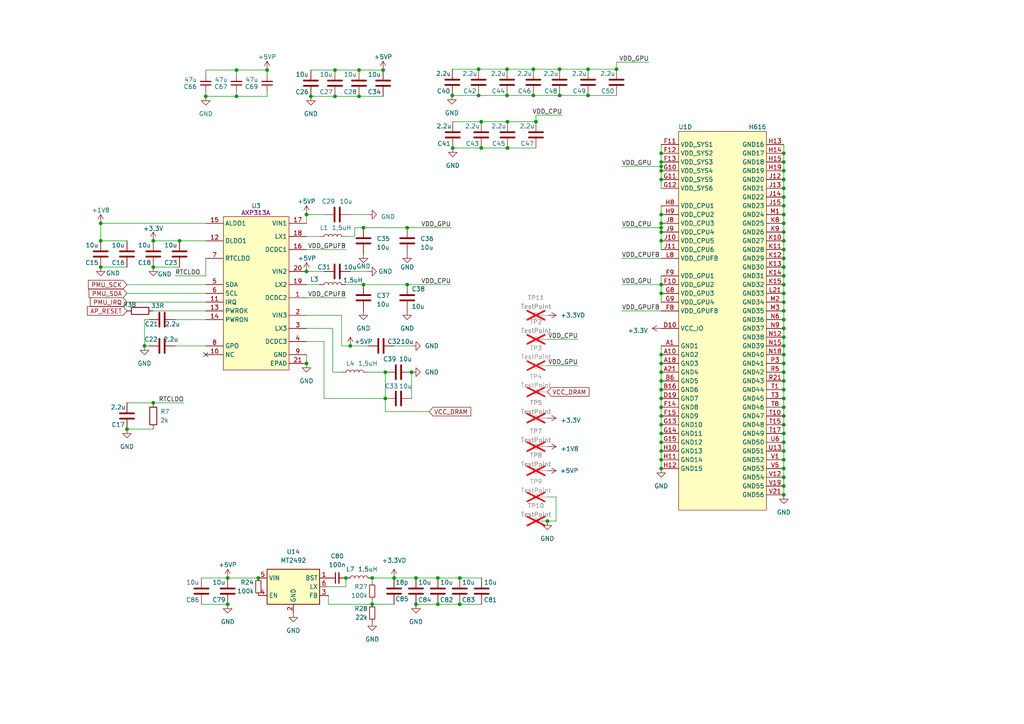
<source format=kicad_sch>
(kicad_sch (version 20250114) (generator "eeschema") (generator_version "9.0")
  (paper "A4")
  (junction (at 191.77 82.55))
  (junction (at 191.77 123.19))
  (junction (at 227.33 69.85))
  (junction (at 120.65 175.26))
  (junction (at 191.77 120.65))
  (junction (at 29.21 64.77))
  (junction (at 127 175.26))
  (junction (at 133.35 167.64))
  (junction (at 227.33 85.09))
  (junction (at 227.33 115.57))
  (junction (at 227.33 57.15))
  (junction (at 41.91 100.33))
  (junction (at 191.77 49.53))
  (junction (at 139.573 42.926))
  (junction (at 227.33 92.71))
  (junction (at 191.77 125.73))
  (junction (at 191.77 102.87))
  (junction (at 191.77 107.95))
  (junction (at 147.066 20.066))
  (junction (at 227.33 62.23))
  (junction (at 191.77 67.31))
  (junction (at 227.33 97.79))
  (junction (at 44.45 69.85))
  (junction (at 44.45 116.84))
  (junction (at 77.47 20.32))
  (junction (at 104.14 27.94))
  (junction (at 227.33 82.55))
  (junction (at 66.04 167.64))
  (junction (at 170.561 20.066))
  (junction (at 191.77 69.85))
  (junction (at 107.95 167.64))
  (junction (at 36.83 124.46))
  (junction (at 68.58 20.32))
  (junction (at 111.125 20.32))
  (junction (at 74.93 167.64))
  (junction (at 29.21 69.85))
  (junction (at 227.33 52.07))
  (junction (at 191.77 46.99))
  (junction (at 133.35 175.26))
  (junction (at 66.04 175.26))
  (junction (at 191.77 48.26))
  (junction (at 131.191 27.686))
  (junction (at 104.14 20.32))
  (junction (at 105.41 66.04))
  (junction (at 114.3 167.64))
  (junction (at 227.33 77.47))
  (junction (at 227.33 90.17))
  (junction (at 44.45 77.47))
  (junction (at 29.21 77.47))
  (junction (at 118.11 66.04))
  (junction (at 227.33 143.51))
  (junction (at 111.76 107.95))
  (junction (at 101.6 100.33))
  (junction (at 227.33 80.01))
  (junction (at 147.193 35.306))
  (junction (at 227.33 120.65))
  (junction (at 227.33 54.61))
  (junction (at 227.33 74.93))
  (junction (at 90.17 27.94))
  (junction (at 227.33 100.33))
  (junction (at 191.77 110.49))
  (junction (at 88.9 78.74))
  (junction (at 227.33 72.39))
  (junction (at 191.77 130.81))
  (junction (at 178.816 20.066))
  (junction (at 191.77 64.77))
  (junction (at 68.58 27.94))
  (junction (at 119.38 107.95))
  (junction (at 227.33 113.03))
  (junction (at 191.77 44.45))
  (junction (at 227.33 135.89))
  (junction (at 139.573 35.306))
  (junction (at 227.33 49.53))
  (junction (at 162.306 20.066))
  (junction (at 100.33 167.64))
  (junction (at 227.33 64.77))
  (junction (at 227.33 87.63))
  (junction (at 227.33 125.73))
  (junction (at 191.77 105.41))
  (junction (at 191.77 85.09))
  (junction (at 52.07 69.85))
  (junction (at 105.41 82.55))
  (junction (at 154.686 20.066))
  (junction (at 227.33 110.49))
  (junction (at 158.75 151.13))
  (junction (at 227.33 107.95))
  (junction (at 191.77 113.03))
  (junction (at 227.33 102.87))
  (junction (at 147.066 27.686))
  (junction (at 118.11 82.55))
  (junction (at 107.95 175.26))
  (junction (at 227.33 105.41))
  (junction (at 227.33 133.35))
  (junction (at 131.318 42.926))
  (junction (at 227.33 123.19))
  (junction (at 97.155 27.94))
  (junction (at 120.65 167.64))
  (junction (at 147.193 42.926))
  (junction (at 191.77 135.89))
  (junction (at 227.33 138.43))
  (junction (at 138.811 27.686))
  (junction (at 227.33 67.31))
  (junction (at 191.77 115.57))
  (junction (at 191.77 62.23))
  (junction (at 59.69 27.94))
  (junction (at 154.686 27.686))
  (junction (at 162.306 27.686))
  (junction (at 227.33 46.99))
  (junction (at 191.77 118.11))
  (junction (at 227.33 128.27))
  (junction (at 227.33 140.97))
  (junction (at 191.77 133.35))
  (junction (at 227.33 118.11))
  (junction (at 191.77 66.04))
  (junction (at 191.77 52.07))
  (junction (at 227.33 44.45))
  (junction (at 127 167.64))
  (junction (at 138.811 20.066))
  (junction (at 227.33 95.25))
  (junction (at 191.77 128.27))
  (junction (at 227.33 130.81))
  (junction (at 88.9 105.41))
  (junction (at 111.76 115.57))
  (junction (at 227.33 59.69))
  (junction (at 155.448 35.306))
  (junction (at 170.561 27.686))
  (junction (at 88.9 62.23))
  (junction (at 97.155 20.32))
  (no_connect (at 59.69 102.87))
  (wire (pts (xy 191.77 110.49) (xy 191.77 113.03)))
  (wire (pts (xy 191.77 133.35) (xy 191.77 135.89)))
  (wire (pts (xy 36.83 82.55) (xy 59.69 82.55)))
  (wire (pts (xy 93.98 99.06) (xy 93.98 115.57)))
  (wire (pts (xy 41.91 92.71) (xy 43.18 92.71)))
  (wire (pts (xy 139.573 42.926) (xy 147.193 42.926)))
  (wire (pts (xy 191.77 80.01) (xy 191.77 82.55)))
  (wire (pts (xy 97.155 27.94) (xy 104.14 27.94)))
  (wire (pts (xy 101.6 100.33) (xy 106.68 100.33)))
  (wire (pts (xy 227.33 115.57) (xy 227.33 118.11)))
  (wire (pts (xy 227.33 105.41) (xy 227.33 107.95)))
  (wire (pts (xy 227.33 87.63) (xy 227.33 90.17)))
  (wire (pts (xy 191.77 59.69) (xy 191.77 62.23)))
  (wire (pts (xy 29.21 64.77) (xy 29.21 69.85)))
  (wire (pts (xy 102.87 66.04) (xy 102.87 68.58)))
  (wire (pts (xy 41.91 92.71) (xy 41.91 100.33)))
  (wire (pts (xy 88.9 68.58) (xy 92.71 68.58)))
  (wire (pts (xy 77.47 26.67) (xy 77.47 27.94)))
  (wire (pts (xy 105.41 82.55) (xy 118.11 82.55)))
  (wire (pts (xy 227.33 41.91) (xy 227.33 44.45)))
  (wire (pts (xy 227.33 77.47) (xy 227.33 80.01)))
  (wire (pts (xy 68.58 20.32) (xy 68.58 21.59)))
  (wire (pts (xy 124.46 119.38) (xy 111.76 119.38)))
  (wire (pts (xy 88.9 82.55) (xy 92.71 82.55)))
  (wire (pts (xy 105.41 66.04) (xy 118.11 66.04)))
  (wire (pts (xy 95.25 175.26) (xy 107.95 175.26)))
  (wire (pts (xy 227.33 54.61) (xy 227.33 57.15)))
  (wire (pts (xy 191.77 130.81) (xy 191.77 133.35)))
  (wire (pts (xy 191.77 105.41) (xy 191.77 107.95)))
  (wire (pts (xy 227.33 80.01) (xy 227.33 82.55)))
  (wire (pts (xy 107.95 167.64) (xy 114.3 167.64)))
  (wire (pts (xy 155.448 33.401) (xy 155.448 35.306)))
  (wire (pts (xy 191.77 120.65) (xy 191.77 123.19)))
  (wire (pts (xy 147.066 27.686) (xy 154.686 27.686)))
  (wire (pts (xy 90.17 27.94) (xy 97.155 27.94)))
  (wire (pts (xy 227.33 123.19) (xy 227.33 125.73)))
  (wire (pts (xy 77.47 20.32) (xy 68.58 20.32)))
  (wire (pts (xy 227.33 97.79) (xy 227.33 100.33)))
  (wire (pts (xy 161.29 144.145) (xy 158.75 144.145)))
  (wire (pts (xy 227.33 133.35) (xy 227.33 135.89)))
  (wire (pts (xy 227.33 90.17) (xy 227.33 92.71)))
  (wire (pts (xy 119.38 107.95) (xy 119.38 115.57)))
  (wire (pts (xy 52.07 69.85) (xy 44.45 69.85)))
  (wire (pts (xy 138.811 20.066) (xy 147.066 20.066)))
  (wire (pts (xy 154.686 27.686) (xy 162.306 27.686)))
  (wire (pts (xy 88.9 62.23) (xy 88.9 64.77)))
  (wire (pts (xy 88.9 102.87) (xy 88.9 105.41)))
  (wire (pts (xy 44.45 77.47) (xy 52.07 77.47)))
  (wire (pts (xy 96.52 107.95) (xy 99.06 107.95)))
  (wire (pts (xy 127 167.64) (xy 133.35 167.64)))
  (wire (pts (xy 191.77 46.99) (xy 191.77 48.26)))
  (wire (pts (xy 107.95 168.91) (xy 107.95 167.64)))
  (wire (pts (xy 227.33 82.55) (xy 227.33 85.09)))
  (wire (pts (xy 52.07 69.85) (xy 59.69 69.85)))
  (wire (pts (xy 191.77 52.07) (xy 191.77 54.61)))
  (wire (pts (xy 227.33 102.87) (xy 227.33 105.41)))
  (wire (pts (xy 158.75 98.425) (xy 167.64 98.425)))
  (wire (pts (xy 36.83 124.46) (xy 44.45 124.46)))
  (wire (pts (xy 147.193 42.926) (xy 155.448 42.926)))
  (wire (pts (xy 227.33 113.03) (xy 227.33 115.57)))
  (wire (pts (xy 191.77 44.45) (xy 191.77 46.99)))
  (wire (pts (xy 130.81 66.04) (xy 118.11 66.04)))
  (wire (pts (xy 107.95 175.26) (xy 114.3 175.26)))
  (wire (pts (xy 191.77 123.19) (xy 191.77 125.73)))
  (wire (pts (xy 191.77 41.91) (xy 191.77 44.45)))
  (wire (pts (xy 59.69 80.01) (xy 59.69 74.93)))
  (wire (pts (xy 180.34 74.93) (xy 191.77 74.93)))
  (wire (pts (xy 180.34 66.04) (xy 191.77 66.04)))
  (wire (pts (xy 120.65 167.64) (xy 127 167.64)))
  (wire (pts (xy 59.69 64.77) (xy 29.21 64.77)))
  (wire (pts (xy 180.34 48.26) (xy 191.77 48.26)))
  (wire (pts (xy 99.06 91.44) (xy 88.9 91.44)))
  (wire (pts (xy 59.69 26.67) (xy 59.69 27.94)))
  (wire (pts (xy 95.25 175.26) (xy 95.25 172.72)))
  (wire (pts (xy 227.33 49.53) (xy 227.33 52.07)))
  (wire (pts (xy 36.83 87.63) (xy 59.69 87.63)))
  (wire (pts (xy 227.33 64.77) (xy 227.33 67.31)))
  (wire (pts (xy 191.77 125.73) (xy 191.77 128.27)))
  (wire (pts (xy 44.45 90.17) (xy 59.69 90.17)))
  (wire (pts (xy 162.306 27.686) (xy 170.561 27.686)))
  (wire (pts (xy 97.155 20.32) (xy 104.14 20.32)))
  (wire (pts (xy 104.14 27.94) (xy 111.125 27.94)))
  (wire (pts (xy 227.33 92.71) (xy 227.33 95.25)))
  (wire (pts (xy 59.69 27.94) (xy 68.58 27.94)))
  (wire (pts (xy 178.816 18.034) (xy 188.214 18.034)))
  (wire (pts (xy 227.33 107.95) (xy 227.33 110.49)))
  (wire (pts (xy 114.3 100.33) (xy 119.38 100.33)))
  (wire (pts (xy 68.58 27.94) (xy 77.47 27.94)))
  (wire (pts (xy 131.191 27.686) (xy 138.811 27.686)))
  (wire (pts (xy 50.8 92.71) (xy 59.69 92.71)))
  (wire (pts (xy 118.11 82.55) (xy 130.81 82.55)))
  (wire (pts (xy 138.811 27.686) (xy 147.066 27.686)))
  (wire (pts (xy 227.33 118.11) (xy 227.33 120.65)))
  (wire (pts (xy 170.561 20.066) (xy 178.816 20.066)))
  (wire (pts (xy 227.33 72.39) (xy 227.33 74.93)))
  (wire (pts (xy 191.77 107.95) (xy 191.77 110.49)))
  (wire (pts (xy 227.33 100.33) (xy 227.33 102.87)))
  (wire (pts (xy 96.52 95.25) (xy 88.9 95.25)))
  (wire (pts (xy 227.33 57.15) (xy 227.33 59.69)))
  (wire (pts (xy 41.91 100.33) (xy 43.18 100.33)))
  (wire (pts (xy 104.14 20.32) (xy 111.125 20.32)))
  (wire (pts (xy 101.6 62.23) (xy 106.68 62.23)))
  (wire (pts (xy 100.33 170.18) (xy 95.25 170.18)))
  (wire (pts (xy 59.69 20.32) (xy 59.69 21.59)))
  (wire (pts (xy 162.306 20.066) (xy 170.561 20.066)))
  (wire (pts (xy 191.77 66.04) (xy 191.77 67.31)))
  (wire (pts (xy 227.33 46.99) (xy 227.33 49.53)))
  (wire (pts (xy 191.77 118.11) (xy 191.77 120.65)))
  (wire (pts (xy 131.191 20.066) (xy 138.811 20.066)))
  (wire (pts (xy 107.95 175.26) (xy 107.95 173.99)))
  (wire (pts (xy 131.064 27.686) (xy 131.191 27.686)))
  (wire (pts (xy 227.33 135.89) (xy 227.33 138.43)))
  (wire (pts (xy 227.33 138.43) (xy 227.33 140.97)))
  (wire (pts (xy 227.33 128.27) (xy 227.33 130.81)))
  (wire (pts (xy 77.47 20.32) (xy 77.47 21.59)))
  (wire (pts (xy 227.33 74.93) (xy 227.33 77.47)))
  (wire (pts (xy 180.34 90.17) (xy 191.77 90.17)))
  (wire (pts (xy 227.33 95.25) (xy 227.33 97.79)))
  (wire (pts (xy 120.65 175.26) (xy 127 175.26)))
  (wire (pts (xy 93.98 115.57) (xy 111.76 115.57)))
  (wire (pts (xy 227.33 52.07) (xy 227.33 54.61)))
  (wire (pts (xy 191.77 115.57) (xy 191.77 118.11)))
  (wire (pts (xy 50.8 100.33) (xy 59.69 100.33)))
  (wire (pts (xy 88.9 72.39) (xy 100.33 72.39)))
  (wire (pts (xy 191.77 49.53) (xy 191.77 52.07)))
  (wire (pts (xy 147.066 20.066) (xy 154.686 20.066)))
  (wire (pts (xy 93.98 78.74) (xy 88.9 78.74)))
  (wire (pts (xy 158.75 106.045) (xy 167.64 106.045)))
  (wire (pts (xy 29.21 77.47) (xy 36.83 77.47)))
  (wire (pts (xy 227.33 44.45) (xy 227.33 46.99)))
  (wire (pts (xy 101.6 78.74) (xy 106.68 78.74)))
  (wire (pts (xy 111.76 115.57) (xy 111.76 119.38)))
  (wire (pts (xy 191.77 62.23) (xy 191.77 64.77)))
  (wire (pts (xy 227.33 62.23) (xy 227.33 64.77)))
  (wire (pts (xy 133.35 167.64) (xy 139.7 167.64)))
  (wire (pts (xy 161.29 151.13) (xy 158.75 151.13)))
  (wire (pts (xy 191.77 67.31) (xy 191.77 69.85)))
  (wire (pts (xy 50.8 80.01) (xy 59.69 80.01)))
  (wire (pts (xy 88.9 62.23) (xy 93.98 62.23)))
  (wire (pts (xy 227.33 125.73) (xy 227.33 128.27)))
  (wire (pts (xy 96.52 107.95) (xy 96.52 95.25)))
  (wire (pts (xy 131.318 42.926) (xy 139.573 42.926)))
  (wire (pts (xy 227.33 130.81) (xy 227.33 133.35)))
  (wire (pts (xy 139.573 35.306) (xy 147.193 35.306)))
  (wire (pts (xy 99.06 100.33) (xy 99.06 91.44)))
  (wire (pts (xy 227.33 69.85) (xy 227.33 72.39)))
  (wire (pts (xy 101.6 100.33) (xy 99.06 100.33)))
  (wire (pts (xy 227.33 120.65) (xy 227.33 123.19)))
  (wire (pts (xy 133.35 175.26) (xy 139.7 175.26)))
  (wire (pts (xy 36.83 85.09) (xy 59.69 85.09)))
  (wire (pts (xy 191.77 69.85) (xy 191.77 72.39)))
  (wire (pts (xy 227.33 67.31) (xy 227.33 69.85)))
  (wire (pts (xy 102.87 68.58) (xy 100.33 68.58)))
  (wire (pts (xy 227.33 140.97) (xy 227.33 143.51)))
  (wire (pts (xy 191.77 102.87) (xy 191.77 105.41)))
  (wire (pts (xy 114.3 167.64) (xy 120.65 167.64)))
  (wire (pts (xy 106.68 107.95) (xy 111.76 107.95)))
  (wire (pts (xy 191.77 128.27) (xy 191.77 130.81)))
  (wire (pts (xy 170.561 27.686) (xy 178.816 27.686)))
  (wire (pts (xy 58.42 175.26) (xy 66.04 175.26)))
  (wire (pts (xy 163.068 33.401) (xy 155.448 33.401)))
  (wire (pts (xy 191.77 82.55) (xy 191.77 85.09)))
  (wire (pts (xy 90.17 20.32) (xy 97.155 20.32)))
  (wire (pts (xy 178.816 20.066) (xy 178.816 18.034)))
  (wire (pts (xy 100.33 167.64) (xy 100.33 170.18)))
  (wire (pts (xy 100.33 82.55) (xy 105.41 82.55)))
  (wire (pts (xy 191.77 113.03) (xy 191.77 115.57)))
  (wire (pts (xy 131.318 35.306) (xy 139.573 35.306)))
  (wire (pts (xy 58.42 167.64) (xy 66.04 167.64)))
  (wire (pts (xy 111.76 107.95) (xy 111.76 115.57)))
  (wire (pts (xy 88.9 99.06) (xy 93.98 99.06)))
  (wire (pts (xy 191.77 85.09) (xy 191.77 87.63)))
  (wire (pts (xy 161.29 144.145) (xy 161.29 151.13)))
  (wire (pts (xy 44.45 116.84) (xy 53.34 116.84)))
  (wire (pts (xy 127 175.26) (xy 133.35 175.26)))
  (wire (pts (xy 191.77 100.33) (xy 191.77 102.87)))
  (wire (pts (xy 36.83 116.84) (xy 44.45 116.84)))
  (wire (pts (xy 102.87 66.04) (xy 105.41 66.04)))
  (wire (pts (xy 227.33 110.49) (xy 227.33 113.03)))
  (wire (pts (xy 227.33 85.09) (xy 227.33 87.63)))
  (wire (pts (xy 29.21 69.85) (xy 36.83 69.85)))
  (wire (pts (xy 154.686 20.066) (xy 162.306 20.066)))
  (wire (pts (xy 68.58 26.67) (xy 68.58 27.94)))
  (wire (pts (xy 66.04 167.64) (xy 74.93 167.64)))
  (wire (pts (xy 227.33 59.69) (xy 227.33 62.23)))
  (wire (pts (xy 191.77 48.26) (xy 191.77 49.53)))
  (wire (pts (xy 147.193 35.306) (xy 155.448 35.306)))
  (wire (pts (xy 68.58 20.32) (xy 59.69 20.32)))
  (wire (pts (xy 191.77 64.77) (xy 191.77 66.04)))
  (wire (pts (xy 88.9 86.36) (xy 100.33 86.36)))
  (wire (pts (xy 180.34 82.55) (xy 191.77 82.55)))
  (label "VDD_CPU" (at 163.068 33.401 180))
  (label "VDD_GPU" (at 167.64 106.045 180))
  (label "VDD_GPUFB" (at 180.34 90.17 0))
  (label "RTCLDO" (at 53.34 116.84 180))
  (label "VDD_CPUFB" (at 100.33 86.36 180))
  (label "VDD_GPU" (at 130.81 66.04 180))
  (label "RTCLDO" (at 50.8 80.01 0))
  (label "VDD_GPU" (at 180.34 48.26 0))
  (label "VDD_CPU" (at 167.64 98.425 180))
  (label "VDD_CPU" (at 130.81 82.55 180))
  (label "VDD_GPUFB" (at 100.33 72.39 180))
  (label "VDD_CPU" (at 180.34 66.04 0))
  (label "VDD_CPUFB" (at 180.34 74.93 0))
  (label "VDD_GPU" (at 188.214 18.034 180))
  (label "VDD_GPU" (at 180.34 82.55 0))
  (global_label "VCC_DRAM" (shape input) (at 124.46 119.38 0) (property "Intersheetrefs" "${INTERSHEET_REFS}" (effects (hide yes))))
  (global_label "PMU_IRQ" (shape input) (at 36.83 87.63 180) (property "Intersheetrefs" "${INTERSHEET_REFS}" (effects (hide yes))))
  (global_label "PMU_SCK" (shape input) (at 36.83 82.55 180) (property "Intersheetrefs" "${INTERSHEET_REFS}" (effects (hide yes))))
  (global_label "VCC_DRAM" (shape input) (at 158.75 113.665 0) (property "Intersheetrefs" "${INTERSHEET_REFS}" (effects (hide yes))))
  (global_label "AP_RESET" (shape input) (at 36.83 90.17 180) (property "Intersheetrefs" "${INTERSHEET_REFS}" (effects (hide yes))))
  (global_label "PMU_SDA" (shape input) (at 36.83 85.09 180) (property "Intersheetrefs" "${INTERSHEET_REFS}" (effects (hide yes))))
  (symbol (lib_id "power:GND") (at 106.68 78.74 90) (unit 1)
    (property "Reference" "#PWR033" (effects (hide yes)))
    (property "Value" "GND" (at 109.728 78.74 90) (effects (justify right)))
  )
  (symbol (lib_id "Connector:TestPoint") (at 158.75 98.425 90) (unit 1) (dnp yes)
    (property "Reference" "TP2" (at 155.448 93.345 90))
    (property "Value" "TestPoint" (at 155.448 95.885 90))
    (property "Footprint" "TestPoint:TestPoint_THTPad_D1.0mm_Drill0.5mm" (effects (hide yes)))
  )
  (symbol (lib_id "Device:C") (at 97.79 62.23 90) (unit 1)
    (property "Reference" "C29" (at 95.25 58.42 90))
    (property "Value" "10u" (at 100.33 58.42 90))
    (property "Footprint" "Capacitor_SMD:C_0402_1005Metric_Pad0.74x0.62mm_HandSolder" (effects (hide yes)))
    (property "Manufacturer" "Murata Electronics" (effects (hide yes)))
    (property "Part Number" "GRM155R61A106ME44D" (effects (hide yes)))
  )
  (symbol (lib_id "power:+5VP") (at 101.6 100.33 0) (unit 1)
    (property "Reference" "#PWR026" (effects (hide yes)))
    (property "Value" "+5VP" (at 105.41 99.06 0))
  )
  (symbol (lib_id "Device:C") (at 52.07 73.66 180) (unit 1)
    (property "Reference" "C23" (at 49.53 76.2 0))
    (property "Value" "10u" (at 49.53 71.12 0))
    (property "Footprint" "Capacitor_SMD:C_0402_1005Metric_Pad0.74x0.62mm_HandSolder" (effects (hide yes)))
    (property "Manufacturer" "Murata Electronics" (effects (hide yes)))
    (property "Part Number" "GRM155R61A106ME44D" (effects (hide yes)))
  )
  (symbol (lib_id "Connector:TestPoint") (at 158.75 106.045 90) (unit 1) (dnp yes)
    (property "Reference" "TP3" (at 155.448 100.965 90))
    (property "Value" "TestPoint" (at 155.448 103.505 90))
    (property "Footprint" "TestPoint:TestPoint_THTPad_D1.0mm_Drill0.5mm" (effects (hide yes)))
  )
  (symbol (lib_id "Device:C") (at 97.155 24.13 180) (unit 1)
    (property "Reference" "C27" (at 94.615 26.67 0))
    (property "Value" "10u" (at 94.615 21.59 0))
    (property "Footprint" "Capacitor_SMD:C_0402_1005Metric_Pad0.74x0.62mm_HandSolder" (effects (hide yes)))
    (property "Manufacturer" "Murata Electronics" (effects (hide yes)))
    (property "Part Number" "GRM155R61A106ME44D" (effects (hide yes)))
  )
  (symbol (lib_id "Device:C") (at 110.49 100.33 90) (unit 1)
    (property "Reference" "C32" (at 114.3 99.06 90))
    (property "Value" "10u" (at 118.11 99.06 90))
    (property "Footprint" "Capacitor_SMD:C_0402_1005Metric_Pad0.74x0.62mm_HandSolder" (effects (hide yes)))
    (property "Manufacturer" "Murata Electronics" (effects (hide yes)))
    (property "Part Number" "GRM155R61A106ME44D" (effects (hide yes)))
  )
  (symbol (lib_id "H616_lib:H616") (at 203.2 35.56 0) (unit 4)
    (property "Reference" "U1" (at 198.755 36.83 0))
    (property "Value" "H616" (at 219.71 36.83 0))
    (property "Footprint" "projectlib:H616_TFBGA284" (effects (hide yes)))
    (property "Manufacturer" "Allwinner Tech" (effects (hide yes)))
    (property "Part Number" "H616" (effects (hide yes)))
  )
  (symbol (lib_id "power:GND") (at 36.83 124.46 0) (unit 1)
    (property "Reference" "#PWR012" (effects (hide yes)))
    (property "Value" "GND" (at 36.83 129.54 0))
  )
  (symbol (lib_id "Device:C") (at 133.35 171.45 0) (mirror x) (unit 1)
    (property "Reference" "C83" (at 135.89 173.99 0))
    (property "Value" "10u" (at 135.89 168.91 0))
    (property "Footprint" "Capacitor_SMD:C_0402_1005Metric_Pad0.74x0.62mm_HandSolder" (effects (hide yes)))
    (property "Manufacturer" "Murata Electronics" (effects (hide yes)))
    (property "Part Number" "GRM155R61A106ME44D" (effects (hide yes)))
  )
  (symbol (lib_id "Device:R_Small") (at 107.95 177.8 0) (mirror y) (unit 1)
    (property "Reference" "R28" (at 106.68 176.53 0) (effects (justify left)))
    (property "Value" "22k" (at 106.68 179.07 0) (effects (justify left)))
    (property "Footprint" "Resistor_SMD:R_0402_1005Metric_Pad0.72x0.64mm_HandSolder" (effects (hide yes)))
    (property "Manufacturer" "YAGEO" (effects (hide yes)))
    (property "Part Number" "RC0402FR-0722KL" (effects (hide yes)))
  )
  (symbol (lib_id "Device:C") (at 139.573 39.116 180) (unit 1)
    (property "Reference" "C43" (at 137.033 41.656 0))
    (property "Value" "2.2u" (at 137.033 36.576 0))
    (property "Footprint" "Capacitor_SMD:C_0402_1005Metric_Pad0.74x0.62mm_HandSolder" (effects (hide yes)))
    (property "Manufacturer" "Samsung Electro-Mechanics" (effects (hide yes)))
    (property "Part Number" "CL05A225KO5NQNC" (effects (hide yes)))
  )
  (symbol (lib_id "Device:C") (at 138.811 23.876 180) (unit 1)
    (property "Reference" "C42" (at 136.271 26.416 0))
    (property "Value" "2.2u" (at 136.271 21.336 0))
    (property "Footprint" "Capacitor_SMD:C_0402_1005Metric_Pad0.74x0.62mm_HandSolder" (effects (hide yes)))
    (property "Manufacturer" "Samsung Electro-Mechanics" (effects (hide yes)))
    (property "Part Number" "CL05A225KO5NQNC" (effects (hide yes)))
  )
  (symbol (lib_id "power:+5VP") (at 158.75 136.525 270) (unit 1)
    (property "Reference" "#PWR045" (effects (hide yes)))
    (property "Value" "+5VP" (at 165.1 136.525 90))
  )
  (symbol (lib_id "power:GND") (at 158.75 151.13 0) (unit 1)
    (property "Reference" "#PWR046" (effects (hide yes)))
    (property "Value" "GND" (at 158.75 156.21 0))
  )
  (symbol (lib_id "Connector:TestPoint") (at 158.75 151.13 90) (unit 1) (dnp yes)
    (property "Reference" "TP10" (at 155.448 146.685 90))
    (property "Value" "TestPoint" (at 155.448 149.225 90))
    (property "Footprint" "TestPoint:TestPoint_THTPad_D1.0mm_Drill0.5mm" (effects (hide yes)))
  )
  (symbol (lib_id "power:GND") (at 119.38 100.33 90) (unit 1)
    (property "Reference" "#PWR035" (effects (hide yes)))
    (property "Value" "GND" (at 123.19 100.33 90) (effects (justify right)))
  )
  (symbol (lib_id "Device:C") (at 118.11 86.36 180) (unit 1)
    (property "Reference" "C38" (at 119.38 83.82 0) (effects (justify right)))
    (property "Value" "10u" (at 119.38 88.9 0) (effects (justify right)))
    (property "Footprint" "Capacitor_SMD:C_0402_1005Metric_Pad0.74x0.62mm_HandSolder" (effects (hide yes)))
    (property "Manufacturer" "Murata Electronics" (effects (hide yes)))
    (property "Part Number" "GRM155R61A106ME44D" (effects (hide yes)))
  )
  (symbol (lib_id "power:+1V8") (at 29.21 64.77 0) (unit 1)
    (property "Reference" "#PWR011" (effects (hide yes)))
    (property "Value" "+1V8" (at 29.21 60.96 0))
  )
  (symbol (lib_id "power:GND") (at 90.17 27.94 0) (unit 1)
    (property "Reference" "#PWR021" (effects (hide yes)))
    (property "Value" "GND" (at 90.17 33.02 0))
  )
  (symbol (lib_id "Device:R_Small") (at 107.95 171.45 0) (mirror y) (unit 1)
    (property "Reference" "R27" (at 106.68 170.18 0) (effects (justify left)))
    (property "Value" "100k" (at 106.68 172.72 0) (effects (justify left)))
    (property "Footprint" "Resistor_SMD:R_0402_1005Metric_Pad0.72x0.64mm_HandSolder" (effects (hide yes)))
    (property "Manufacturer" "YAGEO" (effects (hide yes)))
    (property "Part Number" "RC0402FR-07100KL" (effects (hide yes)))
  )
  (symbol (lib_id "Device:C") (at 170.561 23.876 180) (unit 1)
    (property "Reference" "C49" (at 168.021 26.416 0))
    (property "Value" "2.2u" (at 168.021 21.336 0))
    (property "Footprint" "Capacitor_SMD:C_0402_1005Metric_Pad0.74x0.62mm_HandSolder" (effects (hide yes)))
    (property "Manufacturer" "Samsung Electro-Mechanics" (effects (hide yes)))
    (property "Part Number" "CL05A225KO5NQNC" (effects (hide yes)))
  )
  (symbol (lib_id "power:GND") (at 41.91 100.33 0) (unit 1)
    (property "Reference" "#PWR013" (effects (hide yes)))
    (property "Value" "GND" (at 41.91 105.41 0))
  )
  (symbol (lib_id "power:+3.3V") (at 44.45 69.85 0) (unit 1)
    (property "Reference" "#PWR016" (effects (hide yes)))
    (property "Value" "+3.3V" (at 44.45 66.294 0))
  )
  (symbol (lib_id "Device:C") (at 155.448 39.116 180) (unit 1)
    (property "Reference" "C47" (at 152.908 41.656 0))
    (property "Value" "2.2u" (at 152.908 36.576 0))
    (property "Footprint" "Capacitor_SMD:C_0402_1005Metric_Pad0.74x0.62mm_HandSolder" (effects (hide yes)))
    (property "Manufacturer" "Samsung Electro-Mechanics" (effects (hide yes)))
    (property "Part Number" "CL05A225KO5NQNC" (effects (hide yes)))
  )
  (symbol (lib_id "Device:C") (at 120.65 171.45 0) (mirror x) (unit 1)
    (property "Reference" "C84" (at 123.19 173.99 0))
    (property "Value" "10u" (at 123.19 168.91 0))
    (property "Footprint" "Capacitor_SMD:C_0402_1005Metric_Pad0.74x0.62mm_HandSolder" (effects (hide yes)))
    (property "Manufacturer" "Murata Electronics" (effects (hide yes)))
    (property "Part Number" "GRM155R61A106ME44D" (effects (hide yes)))
  )
  (symbol (lib_id "Device:C") (at 115.57 107.95 90) (unit 1)
    (property "Reference" "C39" (at 113.03 104.14 90))
    (property "Value" "10u" (at 117.602 104.14 90))
    (property "Footprint" "Capacitor_SMD:C_0402_1005Metric_Pad0.74x0.62mm_HandSolder" (effects (hide yes)))
    (property "Manufacturer" "Murata Electronics" (effects (hide yes)))
    (property "Part Number" "GRM155R61A106ME44D" (effects (hide yes)))
  )
  (symbol (lib_id "Device:C") (at 46.99 92.71 90) (unit 1)
    (property "Reference" "C21" (at 43.942 93.98 90))
    (property "Value" "2.2u" (at 50.038 93.98 90))
    (property "Footprint" "Capacitor_SMD:C_0402_1005Metric_Pad0.74x0.62mm_HandSolder" (effects (hide yes)))
    (property "Manufacturer" "Samsung Electro-Mechanics" (effects (hide yes)))
    (property "Part Number" "CL05A225KO5NQNC" (effects (hide yes)))
  )
  (symbol (lib_id "Device:C") (at 115.57 115.57 90) (unit 1)
    (property "Reference" "C33" (at 113.538 112.014 90))
    (property "Value" "10u" (at 117.602 112.014 90))
    (property "Footprint" "Capacitor_SMD:C_0402_1005Metric_Pad0.74x0.62mm_HandSolder" (effects (hide yes)))
    (property "Manufacturer" "Murata Electronics" (effects (hide yes)))
    (property "Part Number" "GRM155R61A106ME44D" (effects (hide yes)))
  )
  (symbol (lib_id "Device:R") (at 44.45 120.65 0) (unit 1)
    (property "Reference" "R7" (at 46.482 119.38 0) (effects (justify left)))
    (property "Value" "2k" (at 46.482 121.92 0) (effects (justify left)))
    (property "Footprint" "Resistor_SMD:R_0402_1005Metric_Pad0.72x0.64mm_HandSolder" (effects (hide yes)))
    (property "Manufacturer" "YAGEO" (effects (hide yes)))
    (property "Part Number" "RC0402FR-072KL" (effects (hide yes)))
  )
  (symbol (lib_id "power:GND") (at 120.65 175.26 0) (unit 1)
    (property "Reference" "#PWR0130" (effects (hide yes)))
    (property "Value" "GND" (at 120.65 180.34 0))
  )
  (symbol (lib_id "power:GND") (at 105.41 73.66 0) (unit 1)
    (property "Reference" "#PWR030" (effects (hide yes)))
    (property "Value" "GND" (at 105.41 77.216 0))
  )
  (symbol (lib_id "Device:C") (at 162.306 23.876 180) (unit 1)
    (property "Reference" "C48" (at 159.766 26.416 0))
    (property "Value" "2.2u" (at 159.766 21.336 0))
    (property "Footprint" "Capacitor_SMD:C_0402_1005Metric_Pad0.74x0.62mm_HandSolder" (effects (hide yes)))
    (property "Manufacturer" "Samsung Electro-Mechanics" (effects (hide yes)))
    (property "Part Number" "CL05A225KO5NQNC" (effects (hide yes)))
  )
  (symbol (lib_id "power:GND") (at 44.45 77.47 0) (unit 1)
    (property "Reference" "#PWR036" (effects (hide yes)))
    (property "Value" "GND" (at 47.752 79.502 0))
  )
  (symbol (lib_id "Device:L") (at 96.52 82.55 90) (unit 1)
    (property "Reference" "L3" (at 91.186 81.026 90))
    (property "Value" "1,5uH" (at 102.362 81.28 90))
    (property "Footprint" "Inductor_SMD:L_Changjiang_FNR252010S" (effects (hide yes)))
    (property "Manufacturer" "cjiang (Changjiang Microelectronics Tech)" (effects (hide yes)))
    (property "Part Number" "FTC252012S2R2MBCA " (effects (hide yes)))
  )
  (symbol (lib_id "Device:L") (at 104.14 167.64 90) (unit 1)
    (property "Reference" "L7" (at 101.6 165.1 90))
    (property "Value" "1,5uH" (at 106.68 165.1 90))
    (property "Footprint" "Inductor_SMD:L_Changjiang_FNR252010S" (effects (hide yes)))
    (property "Manufacturer" "cjiang (Changjiang Microelectronics Tech)" (effects (hide yes)))
    (property "Part Number" "FTC252012S2R2MBCA " (effects (hide yes)))
  )
  (symbol (lib_id "Device:C") (at 97.79 78.74 90) (unit 1)
    (property "Reference" "C31" (at 93.98 77.47 90))
    (property "Value" "10u" (at 101.6 77.47 90))
    (property "Footprint" "Capacitor_SMD:C_0402_1005Metric_Pad0.74x0.62mm_HandSolder" (effects (hide yes)))
    (property "Manufacturer" "Murata Electronics" (effects (hide yes)))
    (property "Part Number" "GRM155R61A106ME44D" (effects (hide yes)))
  )
  (symbol (lib_id "Device:C") (at 90.17 24.13 180) (unit 1)
    (property "Reference" "C26" (at 87.63 26.67 0))
    (property "Value" "10u" (at 87.63 21.59 0))
    (property "Footprint" "Capacitor_SMD:C_0402_1005Metric_Pad0.74x0.62mm_HandSolder" (effects (hide yes)))
    (property "Manufacturer" "Murata Electronics" (effects (hide yes)))
    (property "Part Number" "GRM155R61A106ME44D" (effects (hide yes)))
  )
  (symbol (lib_id "power:GND") (at 191.77 135.89 0) (unit 1)
    (property "Reference" "#PWR048" (effects (hide yes)))
    (property "Value" "GND" (at 191.77 140.97 0))
  )
  (symbol (lib_id "Device:C") (at 111.125 24.13 180) (unit 1)
    (property "Reference" "C34" (at 108.585 26.67 0))
    (property "Value" "10u" (at 108.585 21.59 0))
    (property "Footprint" "Capacitor_SMD:C_0402_1005Metric_Pad0.74x0.62mm_HandSolder" (effects (hide yes)))
    (property "Manufacturer" "Murata Electronics" (effects (hide yes)))
    (property "Part Number" "GRM155R61A106ME44D" (effects (hide yes)))
  )
  (symbol (lib_id "Device:R_Small") (at 74.93 170.18 0) (mirror y) (unit 1)
    (property "Reference" "R24" (at 73.66 168.91 0) (effects (justify left)))
    (property "Value" "100k" (at 73.66 171.45 0) (effects (justify left)))
    (property "Footprint" "Resistor_SMD:R_0402_1005Metric_Pad0.72x0.64mm_HandSolder" (effects (hide yes)))
    (property "Manufacturer" "YAGEO" (effects (hide yes)))
    (property "Part Number" "RC0402FR-07100KL" (effects (hide yes)))
  )
  (symbol (lib_id "Device:C") (at 46.99 100.33 90) (unit 1)
    (property "Reference" "C22" (at 43.815 98.425 90))
    (property "Value" "2.2u" (at 49.53 98.425 90))
    (property "Footprint" "Capacitor_SMD:C_0402_1005Metric_Pad0.74x0.62mm_HandSolder" (effects (hide yes)))
    (property "Manufacturer" "Samsung Electro-Mechanics" (effects (hide yes)))
    (property "Part Number" "CL05A225KO5NQNC" (effects (hide yes)))
  )
  (symbol (lib_id "Device:C") (at 131.191 23.876 180) (unit 1)
    (property "Reference" "C40" (at 128.651 26.416 0))
    (property "Value" "2.2u" (at 128.651 21.336 0))
    (property "Footprint" "Capacitor_SMD:C_0402_1005Metric_Pad0.74x0.62mm_HandSolder" (effects (hide yes)))
    (property "Manufacturer" "Samsung Electro-Mechanics" (effects (hide yes)))
    (property "Part Number" "CL05A225KO5NQNC" (effects (hide yes)))
  )
  (symbol (lib_id "Connector:TestPoint") (at 158.75 121.285 90) (unit 1) (dnp yes)
    (property "Reference" "TP5" (at 155.448 116.84 90))
    (property "Value" "TestPoint" (at 155.448 119.38 90))
    (property "Footprint" "TestPoint:TestPoint_THTPad_D1.0mm_Drill0.5mm" (effects (hide yes)))
  )
  (symbol (lib_id "power:+1V8") (at 158.75 129.54 270) (unit 1)
    (property "Reference" "#PWR044" (effects (hide yes)))
    (property "Value" "+1V8" (at 162.56 130.175 90) (effects (justify left)))
  )
  (symbol (lib_id "power:GND") (at 118.11 73.66 0) (unit 1)
    (property "Reference" "#PWR032" (effects (hide yes)))
    (property "Value" "GND" (at 118.11 77.47 0))
  )
  (symbol (lib_id "Device:C") (at 178.816 23.876 180) (unit 1)
    (property "Reference" "C50" (at 176.276 26.416 0))
    (property "Value" "2.2u" (at 176.276 21.336 0))
    (property "Footprint" "Capacitor_SMD:C_0402_1005Metric_Pad0.74x0.62mm_HandSolder" (effects (hide yes)))
    (property "Manufacturer" "Samsung Electro-Mechanics" (effects (hide yes)))
    (property "Part Number" "CL05A225KO5NQNC" (effects (hide yes)))
  )
  (symbol (lib_id "power:GND") (at 29.21 77.47 0) (unit 1)
    (property "Reference" "#PWR010" (effects (hide yes)))
    (property "Value" "GND" (at 32.766 79.248 0))
  )
  (symbol (lib_id "power:+3.3V") (at 158.75 91.44 270) (unit 1)
    (property "Reference" "#PWR0145" (effects (hide yes)))
    (property "Value" "+3.3VD" (at 162.56 91.4399 90) (effects (justify left)))
    (property "Description" "Power symbol creates a global label with name \"+3.3V\"" (effects (hide yes)))
  )
  (symbol (lib_id "Device:C_Small") (at 97.79 167.64 90) (unit 1)
    (property "Reference" "C80" (at 97.7963 161.29 90))
    (property "Value" "100n" (at 97.7963 163.83 90))
    (property "Footprint" "Capacitor_SMD:C_0402_1005Metric_Pad0.74x0.62mm_HandSolder" (effects (hide yes)))
    (property "Manufacturer" "Samsung Electro-Mechanics" (effects (hide yes)))
    (property "Part Number" "CL05B104KO5NNNC" (effects (hide yes)))
  )
  (symbol (lib_id "Device:L") (at 102.87 107.95 90) (unit 1)
    (property "Reference" "L4" (at 101.6 105.41 90))
    (property "Value" "1,5uH" (at 106.68 105.41 90))
    (property "Footprint" "Inductor_SMD:L_Changjiang_FNR252010S" (effects (hide yes)))
    (property "Manufacturer" "cjiang (Changjiang Microelectronics Tech)" (effects (hide yes)))
    (property "Part Number" "FTC252012S2R2MBCA " (effects (hide yes)))
  )
  (symbol (lib_id "Device:C") (at 118.11 69.85 0) (unit 1)
    (property "Reference" "C36" (at 121.92 69.215 0) (effects (justify left)))
    (property "Value" "10u" (at 121.92 71.755 0) (effects (justify left)))
    (property "Footprint" "Capacitor_SMD:C_0402_1005Metric_Pad0.74x0.62mm_HandSolder" (effects (hide yes)))
    (property "Manufacturer" "Murata Electronics" (effects (hide yes)))
    (property "Part Number" "GRM155R61A106ME44D" (effects (hide yes)))
  )
  (symbol (lib_id "power:+3.3V") (at 158.75 121.285 270) (unit 1)
    (property "Reference" "#PWR042" (effects (hide yes)))
    (property "Value" "+3.3V" (at 162.56 121.92 90) (effects (justify left)))
  )
  (symbol (lib_id "power:+5VP") (at 77.47 20.32 0) (unit 1)
    (property "Reference" "#PWR0131" (effects (hide yes)))
    (property "Value" "+5VP" (at 77.47 16.51 0))
  )
  (symbol (lib_id "H616_lib:AXP313A") (at 64.77 60.96 0) (unit 1)
    (property "Reference" "U3" (at 74.295 59.69 0))
    (property "Value" "~" (at 74.295 60.96 0))
    (property "Footprint" "Package_DFN_QFN:QFN-20-1EP_3x3mm_P0.4mm_EP1.65x1.65mm_ThermalVias" (effects (hide yes)))
    (property "Part Number" "AXP313A" (at 74.168 61.722 0))
    (property "Manufacturer" "X-Powers Tech" (effects (hide yes)))
  )
  (symbol (lib_id "power:GND") (at 59.69 27.94 0) (unit 1)
    (property "Reference" "#PWR0133" (effects (hide yes)))
    (property "Value" "GND" (at 59.69 33.02 0))
  )
  (symbol (lib_id "Device:C") (at 105.41 86.36 0) (unit 1)
    (property "Reference" "C37" (at 109.22 85.725 0) (effects (justify left)))
    (property "Value" "10u" (at 109.22 88.265 0) (effects (justify left)))
    (property "Footprint" "Capacitor_SMD:C_0402_1005Metric_Pad0.74x0.62mm_HandSolder" (effects (hide yes)))
    (property "Manufacturer" "Murata Electronics" (effects (hide yes)))
    (property "Part Number" "GRM155R61A106ME44D" (effects (hide yes)))
  )
  (symbol (lib_id "Device:C") (at 44.45 73.66 180) (unit 1)
    (property "Reference" "C18" (at 41.91 76.2 0))
    (property "Value" "10u" (at 41.91 71.12 0))
    (property "Footprint" "Capacitor_SMD:C_0402_1005Metric_Pad0.74x0.62mm_HandSolder" (effects (hide yes)))
    (property "Manufacturer" "Murata Electronics" (effects (hide yes)))
    (property "Part Number" "GRM155R61A106ME44D" (effects (hide yes)))
  )
  (symbol (lib_id "Device:C") (at 147.193 39.116 180) (unit 1)
    (property "Reference" "C45" (at 144.653 41.656 0))
    (property "Value" "2.2u" (at 144.653 36.576 0))
    (property "Footprint" "Capacitor_SMD:C_0402_1005Metric_Pad0.74x0.62mm_HandSolder" (effects (hide yes)))
    (property "Manufacturer" "Samsung Electro-Mechanics" (effects (hide yes)))
    (property "Part Number" "CL05A225KO5NQNC" (effects (hide yes)))
  )
  (symbol (lib_id "power:GND") (at 227.33 143.51 0) (unit 1)
    (property "Reference" "#PWR049" (effects (hide yes)))
    (property "Value" "GND" (at 227.33 148.59 0))
  )
  (symbol (lib_id "power:GND") (at 105.41 90.17 0) (unit 1)
    (property "Reference" "#PWR034" (effects (hide yes)))
    (property "Value" "GND" (at 105.41 95.25 0))
  )
  (symbol (lib_id "power:+5VP") (at 88.9 62.23 0) (unit 1)
    (property "Reference" "#PWR022" (effects (hide yes)))
    (property "Value" "+5VP" (at 88.9 58.42 0))
  )
  (symbol (lib_id "Device:C") (at 58.42 171.45 180) (unit 1)
    (property "Reference" "C86" (at 55.88 173.99 0))
    (property "Value" "10u" (at 55.88 168.91 0))
    (property "Footprint" "Capacitor_SMD:C_0402_1005Metric_Pad0.74x0.62mm_HandSolder" (effects (hide yes)))
    (property "Manufacturer" "Murata Electronics" (effects (hide yes)))
    (property "Part Number" "GRM155R61A106ME44D" (effects (hide yes)))
  )
  (symbol (lib_id "Device:C_Small") (at 77.47 24.13 180) (unit 1)
    (property "Reference" "C69" (at 74.93 25.146 0) (effects (justify left)))
    (property "Value" "47u" (at 74.93 23.114 0) (effects (justify left)))
    (property "Footprint" "Capacitor_SMD:C_1210_3225Metric_Pad1.33x2.70mm_HandSolder" (effects (hide yes)))
    (property "Description" "Unpolarized capacitor, small symbol" (effects (hide yes)))
    (property "Part Number" "CS3225X7R476K160NRL" (effects (hide yes)))
    (property "Manufacturer" "Samwha Capacitor" (effects (hide yes)))
  )
  (symbol (lib_id "Device:C") (at 139.7 171.45 0) (mirror x) (unit 1)
    (property "Reference" "C81" (at 142.24 173.99 0))
    (property "Value" "10u" (at 142.24 168.91 0))
    (property "Footprint" "Capacitor_SMD:C_0402_1005Metric_Pad0.74x0.62mm_HandSolder" (effects (hide yes)))
    (property "Manufacturer" "Murata Electronics" (effects (hide yes)))
    (property "Part Number" "GRM155R61A106ME44D" (effects (hide yes)))
  )
  (symbol (lib_id "power:GND") (at 119.38 107.95 90) (unit 1)
    (property "Reference" "#PWR039" (effects (hide yes)))
    (property "Value" "GND" (at 123.19 107.95 90) (effects (justify right)))
  )
  (symbol (lib_id "Device:C") (at 36.83 73.66 180) (unit 1)
    (property "Reference" "C16" (at 34.29 76.2 0))
    (property "Value" "10u" (at 34.29 71.12 0))
    (property "Footprint" "Capacitor_SMD:C_0402_1005Metric_Pad0.74x0.62mm_HandSolder" (effects (hide yes)))
    (property "Manufacturer" "Murata Electronics" (effects (hide yes)))
    (property "Part Number" "GRM155R61A106ME44D" (effects (hide yes)))
  )
  (symbol (lib_id "Device:R") (at 40.64 90.17 90) (unit 1)
    (property "Reference" "R38" (at 37.592 88.392 90))
    (property "Value" "33R" (at 45.72 88.646 90))
    (property "Footprint" "Resistor_SMD:R_0402_1005Metric_Pad0.72x0.64mm_HandSolder" (effects (hide yes)))
    (property "Manufacturer" "YAGEO" (effects (hide yes)))
    (property "Part Number" "RC0402FR-0733RL" (effects (hide yes)))
  )
  (symbol (lib_id "power:GND") (at 106.68 62.23 90) (unit 1)
    (property "Reference" "#PWR029" (effects (hide yes)))
    (property "Value" "GND" (at 110.49 62.865 90) (effects (justify right)))
  )
  (symbol (lib_id "Device:C_Small") (at 59.69 24.13 180) (unit 1)
    (property "Reference" "C66" (at 57.15 25.146 0) (effects (justify left)))
    (property "Value" "47u" (at 57.15 23.114 0) (effects (justify left)))
    (property "Footprint" "Capacitor_SMD:C_1210_3225Metric_Pad1.33x2.70mm_HandSolder" (effects (hide yes)))
    (property "Description" "Unpolarized capacitor, small symbol" (effects (hide yes)))
    (property "Part Number" "CS3225X7R476K160NRL" (effects (hide yes)))
    (property "Manufacturer" "Samwha Capacitor" (effects (hide yes)))
  )
  (symbol (lib_id "power:+5VP") (at 111.125 20.32 0) (unit 1)
    (property "Reference" "#PWR028" (effects (hide yes)))
    (property "Value" "+5VP" (at 111.125 16.51 0))
  )
  (symbol (lib_id "power:GND") (at 118.11 90.17 0) (unit 1)
    (property "Reference" "#PWR023" (effects (hide yes)))
    (property "Value" "GND" (at 118.11 95.25 0))
  )
  (symbol (lib_id "Device:C_Small") (at 68.58 24.13 180) (unit 1)
    (property "Reference" "C67" (at 66.04 25.146 0) (effects (justify left)))
    (property "Value" "47u" (at 66.04 23.114 0) (effects (justify left)))
    (property "Footprint" "Capacitor_SMD:C_1210_3225Metric_Pad1.33x2.70mm_HandSolder" (effects (hide yes)))
    (property "Description" "Unpolarized capacitor, small symbol" (effects (hide yes)))
    (property "Part Number" "CS3225X7R476K160NRL" (effects (hide yes)))
    (property "Manufacturer" "Samwha Capacitor" (effects (hide yes)))
  )
  (symbol (lib_id "Connector:TestPoint") (at 158.75 136.525 90) (unit 1) (dnp yes)
    (property "Reference" "TP8" (at 155.448 132.08 90))
    (property "Value" "TestPoint" (at 155.448 134.62 90))
    (property "Footprint" "TestPoint:TestPoint_THTPad_D1.0mm_Drill0.5mm" (effects (hide yes)))
  )
  (symbol (lib_id "Device:C") (at 154.686 23.876 180) (unit 1)
    (property "Reference" "C46" (at 152.146 26.416 0))
    (property "Value" "2.2u" (at 152.146 21.336 0))
    (property "Footprint" "Capacitor_SMD:C_0402_1005Metric_Pad0.74x0.62mm_HandSolder" (effects (hide yes)))
    (property "Manufacturer" "Samsung Electro-Mechanics" (effects (hide yes)))
    (property "Part Number" "CL05A225KO5NQNC" (effects (hide yes)))
  )
  (symbol (lib_id "Device:C") (at 131.318 39.116 180) (unit 1)
    (property "Reference" "C41" (at 128.778 41.656 0))
    (property "Value" "2.2u" (at 128.778 36.576 0))
    (property "Footprint" "Capacitor_SMD:C_0402_1005Metric_Pad0.74x0.62mm_HandSolder" (effects (hide yes)))
    (property "Manufacturer" "Samsung Electro-Mechanics" (effects (hide yes)))
    (property "Part Number" "CL05A225KO5NQNC" (effects (hide yes)))
  )
  (symbol (lib_id "Device:C") (at 36.83 120.65 180) (unit 1)
    (property "Reference" "C17" (at 34.29 123.19 0))
    (property "Value" "2.2u" (at 34.29 118.11 0))
    (property "Footprint" "Capacitor_SMD:C_0402_1005Metric_Pad0.74x0.62mm_HandSolder" (effects (hide yes)))
    (property "Manufacturer" "Samsung Electro-Mechanics" (effects (hide yes)))
    (property "Part Number" "CL05A225KO5NQNC" (effects (hide yes)))
  )
  (symbol (lib_id "power:GND") (at 131.064 27.686 0) (unit 1)
    (property "Reference" "#PWR040" (effects (hide yes)))
    (property "Value" "GND" (at 131.064 32.766 0))
  )
  (symbol (lib_id "power:GND") (at 85.09 177.8 0) (unit 1)
    (property "Reference" "#PWR0128" (effects (hide yes)))
    (property "Value" "GND" (at 85.09 182.88 0))
  )
  (symbol (lib_id "power:+3.3V") (at 114.3 167.64 0) (unit 1)
    (property "Reference" "#PWR0126" (effects (hide yes)))
    (property "Value" "+3.3VD" (at 114.3 162.56 0))
    (property "Description" "Power symbol creates a global label with name \"+3.3V\"" (effects (hide yes)))
  )
  (symbol (lib_id "Regulator_Switching:AOZ1280CI") (at 85.09 170.18 0) (unit 1)
    (property "Reference" "U14" (at 85.09 160.02 0))
    (property "Value" "MT2492" (at 85.09 162.56 0))
    (property "Footprint" "Package_TO_SOT_SMD:SOT-23-6" (effects (hide yes)))
    (property "Datasheet" "http://aosmd.com/res/data_sheets/AOZ1280CI.pdf" (effects (hide yes)))
    (property "Manufacturer" "XI'AN Aerosemi" (effects (hide yes)))
    (property "Part Number" "MT2492" (effects (hide yes)))
  )
  (symbol (lib_id "Device:C") (at 66.04 171.45 180) (unit 1)
    (property "Reference" "C79" (at 63.5 173.99 0))
    (property "Value" "10u" (at 63.5 168.91 0))
    (property "Footprint" "Capacitor_SMD:C_0402_1005Metric_Pad0.74x0.62mm_HandSolder" (effects (hide yes)))
    (property "Manufacturer" "Murata Electronics" (effects (hide yes)))
    (property "Part Number" "GRM155R61A106ME44D" (effects (hide yes)))
  )
  (symbol (lib_id "power:+3.3V") (at 191.77 95.25 90) (unit 1)
    (property "Reference" "#PWR047" (effects (hide yes)))
    (property "Value" "+3.3V" (at 187.96 95.885 90) (effects (justify left)))
  )
  (symbol (lib_id "power:+5VP") (at 88.9 78.74 0) (unit 1)
    (property "Reference" "#PWR025" (effects (hide yes)))
    (property "Value" "+5VP" (at 86.36 74.93 0) (effects (justify left)))
  )
  (symbol (lib_id "power:GND") (at 88.9 105.41 0) (unit 1)
    (property "Reference" "#PWR027" (effects (hide yes)))
    (property "Value" "GND" (at 88.9 110.49 0))
  )
  (symbol (lib_id "Connector:TestPoint") (at 158.75 129.54 90) (unit 1) (dnp yes)
    (property "Reference" "TP7" (at 155.448 125.095 90))
    (property "Value" "TestPoint" (at 155.448 127.635 90))
    (property "Footprint" "TestPoint:TestPoint_THTPad_D1.0mm_Drill0.5mm" (effects (hide yes)))
  )
  (symbol (lib_id "Device:C") (at 147.066 23.876 180) (unit 1)
    (property "Reference" "C44" (at 144.526 26.416 0))
    (property "Value" "2.2u" (at 144.526 21.336 0))
    (property "Footprint" "Capacitor_SMD:C_0402_1005Metric_Pad0.74x0.62mm_HandSolder" (effects (hide yes)))
    (property "Manufacturer" "Samsung Electro-Mechanics" (effects (hide yes)))
    (property "Part Number" "CL05A225KO5NQNC" (effects (hide yes)))
  )
  (symbol (lib_id "Device:C") (at 114.3 171.45 180) (unit 1)
    (property "Reference" "C85" (at 116.586 173.736 0))
    (property "Value" "18p" (at 116.586 168.91 0))
    (property "Footprint" "Capacitor_SMD:C_0402_1005Metric_Pad0.74x0.62mm_HandSolder" (effects (hide yes)))
    (property "Manufacturer" "FH (Guangdong Fenghua Advanced Tech)" (effects (hide yes)))
    (property "Part Number" "0402CG180J500NT" (effects (hide yes)))
  )
  (symbol (lib_id "Connector:TestPoint") (at 158.75 91.44 90) (unit 1) (dnp yes)
    (property "Reference" "TP11" (at 155.448 86.36 90))
    (property "Value" "TestPoint" (at 155.448 88.9 90))
    (property "Footprint" "TestPoint:TestPoint_THTPad_D1.0mm_Drill0.5mm" (effects (hide yes)))
  )
  (symbol (lib_id "Device:C") (at 105.41 69.85 0) (unit 1)
    (property "Reference" "C35" (at 109.22 69.215 0) (effects (justify left)))
    (property "Value" "10u" (at 109.22 71.755 0) (effects (justify left)))
    (property "Footprint" "Capacitor_SMD:C_0402_1005Metric_Pad0.74x0.62mm_HandSolder" (effects (hide yes)))
    (property "Manufacturer" "Murata Electronics" (effects (hide yes)))
    (property "Part Number" "GRM155R61A106ME44D" (effects (hide yes)))
  )
  (symbol (lib_id "Connector:TestPoint") (at 158.75 113.665 90) (unit 1) (dnp yes)
    (property "Reference" "TP4" (at 155.448 109.22 90))
    (property "Value" "TestPoint" (at 155.448 111.76 90))
    (property "Footprint" "TestPoint:TestPoint_THTPad_D1.0mm_Drill0.5mm" (effects (hide yes)))
  )
  (symbol (lib_id "Device:L") (at 96.52 68.58 90) (unit 1)
    (property "Reference" "L1" (at 93.98 66.04 90))
    (property "Value" "1,5uH" (at 99.06 66.04 90))
    (property "Footprint" "Inductor_SMD:L_Changjiang_FNR252010S" (effects (hide yes)))
    (property "Manufacturer" "cjiang (Changjiang Microelectronics Tech)" (effects (hide yes)))
    (property "Part Number" "FTC252012S2R2MBCA " (effects (hide yes)))
  )
  (symbol (lib_id "power:GND") (at 131.318 42.926 0) (unit 1)
    (property "Reference" "#PWR041" (effects (hide yes)))
    (property "Value" "GND" (at 131.318 48.006 0))
  )
  (symbol (lib_id "Device:C") (at 29.21 73.66 180) (unit 1)
    (property "Reference" "C15" (at 26.67 76.2 0))
    (property "Value" "10u" (at 26.67 71.12 0))
    (property "Footprint" "Capacitor_SMD:C_0402_1005Metric_Pad0.74x0.62mm_HandSolder" (effects (hide yes)))
    (property "Manufacturer" "Murata Electronics" (effects (hide yes)))
    (property "Part Number" "GRM155R61A106ME44D" (effects (hide yes)))
  )
  (symbol (lib_id "Device:C") (at 104.14 24.13 180) (unit 1)
    (property "Reference" "C28" (at 101.6 26.67 0))
    (property "Value" "10u" (at 101.6 21.59 0))
    (property "Footprint" "Capacitor_SMD:C_0402_1005Metric_Pad0.74x0.62mm_HandSolder" (effects (hide yes)))
    (property "Manufacturer" "Murata Electronics" (effects (hide yes)))
    (property "Part Number" "GRM155R61A106ME44D" (effects (hide yes)))
  )
  (symbol (lib_id "power:+5VP") (at 66.04 167.64 0) (unit 1)
    (property "Reference" "#PWR0132" (effects (hide yes)))
    (property "Value" "+5VP" (at 66.04 163.83 0))
  )
  (symbol (lib_id "power:GND") (at 66.04 175.26 0) (unit 1)
    (property "Reference" "#PWR0127" (effects (hide yes)))
    (property "Value" "GND" (at 66.04 180.34 0))
  )
  (symbol (lib_id "Connector:TestPoint") (at 158.75 144.145 90) (unit 1) (dnp yes)
    (property "Reference" "TP9" (at 155.448 139.7 90))
    (property "Value" "TestPoint" (at 155.448 142.24 90))
    (property "Footprint" "TestPoint:TestPoint_THTPad_D1.0mm_Drill0.5mm" (effects (hide yes)))
  )
  (symbol (lib_id "Device:C") (at 127 171.45 0) (mirror x) (unit 1)
    (property "Reference" "C82" (at 129.54 173.99 0))
    (property "Value" "10u" (at 129.54 168.91 0))
    (property "Footprint" "Capacitor_SMD:C_0402_1005Metric_Pad0.74x0.62mm_HandSolder" (effects (hide yes)))
    (property "Manufacturer" "Murata Electronics" (effects (hide yes)))
    (property "Part Number" "GRM155R61A106ME44D" (effects (hide yes)))
  )
  (symbol (lib_id "power:GND") (at 107.95 180.34 0) (unit 1)
    (property "Reference" "#PWR0129" (effects (hide yes)))
    (property "Value" "GND" (at 107.95 185.42 0))
  )
)
</source>
